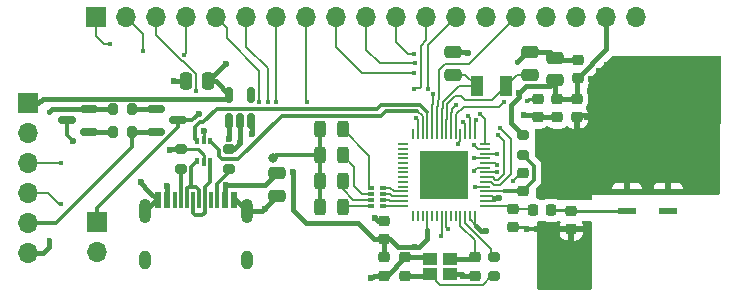
<source format=gtl>
G04 #@! TF.GenerationSoftware,KiCad,Pcbnew,7.0.9-7.0.9~ubuntu22.04.1*
G04 #@! TF.CreationDate,2024-01-30T16:06:37+01:00*
G04 #@! TF.ProjectId,v7-soc-8bit,76372d73-6f63-42d3-9862-69742e6b6963,rev?*
G04 #@! TF.SameCoordinates,Original*
G04 #@! TF.FileFunction,Copper,L1,Top*
G04 #@! TF.FilePolarity,Positive*
%FSLAX46Y46*%
G04 Gerber Fmt 4.6, Leading zero omitted, Abs format (unit mm)*
G04 Created by KiCad (PCBNEW 7.0.9-7.0.9~ubuntu22.04.1) date 2024-01-30 16:06:37*
%MOMM*%
%LPD*%
G01*
G04 APERTURE LIST*
G04 Aperture macros list*
%AMRoundRect*
0 Rectangle with rounded corners*
0 $1 Rounding radius*
0 $2 $3 $4 $5 $6 $7 $8 $9 X,Y pos of 4 corners*
0 Add a 4 corners polygon primitive as box body*
4,1,4,$2,$3,$4,$5,$6,$7,$8,$9,$2,$3,0*
0 Add four circle primitives for the rounded corners*
1,1,$1+$1,$2,$3*
1,1,$1+$1,$4,$5*
1,1,$1+$1,$6,$7*
1,1,$1+$1,$8,$9*
0 Add four rect primitives between the rounded corners*
20,1,$1+$1,$2,$3,$4,$5,0*
20,1,$1+$1,$4,$5,$6,$7,0*
20,1,$1+$1,$6,$7,$8,$9,0*
20,1,$1+$1,$8,$9,$2,$3,0*%
G04 Aperture macros list end*
G04 #@! TA.AperFunction,SMDPad,CuDef*
%ADD10RoundRect,0.250000X-0.475000X0.250000X-0.475000X-0.250000X0.475000X-0.250000X0.475000X0.250000X0*%
G04 #@! TD*
G04 #@! TA.AperFunction,ComponentPad*
%ADD11R,1.700000X1.700000*%
G04 #@! TD*
G04 #@! TA.AperFunction,ComponentPad*
%ADD12O,1.700000X1.700000*%
G04 #@! TD*
G04 #@! TA.AperFunction,SMDPad,CuDef*
%ADD13R,0.600000X1.450000*%
G04 #@! TD*
G04 #@! TA.AperFunction,SMDPad,CuDef*
%ADD14R,0.300000X1.450000*%
G04 #@! TD*
G04 #@! TA.AperFunction,ComponentPad*
%ADD15O,1.000000X2.100000*%
G04 #@! TD*
G04 #@! TA.AperFunction,ComponentPad*
%ADD16O,1.000000X1.600000*%
G04 #@! TD*
G04 #@! TA.AperFunction,SMDPad,CuDef*
%ADD17RoundRect,0.200000X-0.275000X0.200000X-0.275000X-0.200000X0.275000X-0.200000X0.275000X0.200000X0*%
G04 #@! TD*
G04 #@! TA.AperFunction,SMDPad,CuDef*
%ADD18R,1.193800X0.990600*%
G04 #@! TD*
G04 #@! TA.AperFunction,SMDPad,CuDef*
%ADD19RoundRect,0.200000X0.275000X-0.200000X0.275000X0.200000X-0.275000X0.200000X-0.275000X-0.200000X0*%
G04 #@! TD*
G04 #@! TA.AperFunction,SMDPad,CuDef*
%ADD20RoundRect,0.200000X-0.200000X-0.275000X0.200000X-0.275000X0.200000X0.275000X-0.200000X0.275000X0*%
G04 #@! TD*
G04 #@! TA.AperFunction,SMDPad,CuDef*
%ADD21R,0.500000X0.320000*%
G04 #@! TD*
G04 #@! TA.AperFunction,SMDPad,CuDef*
%ADD22RoundRect,0.225000X-0.250000X0.225000X-0.250000X-0.225000X0.250000X-0.225000X0.250000X0.225000X0*%
G04 #@! TD*
G04 #@! TA.AperFunction,SMDPad,CuDef*
%ADD23RoundRect,0.218750X-0.256250X0.218750X-0.256250X-0.218750X0.256250X-0.218750X0.256250X0.218750X0*%
G04 #@! TD*
G04 #@! TA.AperFunction,SMDPad,CuDef*
%ADD24RoundRect,0.150000X-0.587500X-0.150000X0.587500X-0.150000X0.587500X0.150000X-0.587500X0.150000X0*%
G04 #@! TD*
G04 #@! TA.AperFunction,SMDPad,CuDef*
%ADD25RoundRect,0.243750X-0.243750X-0.456250X0.243750X-0.456250X0.243750X0.456250X-0.243750X0.456250X0*%
G04 #@! TD*
G04 #@! TA.AperFunction,SMDPad,CuDef*
%ADD26RoundRect,0.225000X0.250000X-0.225000X0.250000X0.225000X-0.250000X0.225000X-0.250000X-0.225000X0*%
G04 #@! TD*
G04 #@! TA.AperFunction,SMDPad,CuDef*
%ADD27R,1.000000X1.800000*%
G04 #@! TD*
G04 #@! TA.AperFunction,SMDPad,CuDef*
%ADD28RoundRect,0.218750X0.218750X0.256250X-0.218750X0.256250X-0.218750X-0.256250X0.218750X-0.256250X0*%
G04 #@! TD*
G04 #@! TA.AperFunction,SMDPad,CuDef*
%ADD29R,0.850000X0.200000*%
G04 #@! TD*
G04 #@! TA.AperFunction,SMDPad,CuDef*
%ADD30R,0.200000X0.850000*%
G04 #@! TD*
G04 #@! TA.AperFunction,SMDPad,CuDef*
%ADD31R,4.050000X4.050000*%
G04 #@! TD*
G04 #@! TA.AperFunction,SMDPad,CuDef*
%ADD32RoundRect,0.200000X0.200000X0.275000X-0.200000X0.275000X-0.200000X-0.275000X0.200000X-0.275000X0*%
G04 #@! TD*
G04 #@! TA.AperFunction,SMDPad,CuDef*
%ADD33RoundRect,0.150000X0.150000X-0.512500X0.150000X0.512500X-0.150000X0.512500X-0.150000X-0.512500X0*%
G04 #@! TD*
G04 #@! TA.AperFunction,SMDPad,CuDef*
%ADD34RoundRect,0.250000X-0.250000X-0.475000X0.250000X-0.475000X0.250000X0.475000X-0.250000X0.475000X0*%
G04 #@! TD*
G04 #@! TA.AperFunction,SMDPad,CuDef*
%ADD35R,1.500000X0.600000*%
G04 #@! TD*
G04 #@! TA.AperFunction,SMDPad,CuDef*
%ADD36RoundRect,0.150000X0.587500X0.150000X-0.587500X0.150000X-0.587500X-0.150000X0.587500X-0.150000X0*%
G04 #@! TD*
G04 #@! TA.AperFunction,SMDPad,CuDef*
%ADD37R,0.375000X0.500000*%
G04 #@! TD*
G04 #@! TA.AperFunction,SMDPad,CuDef*
%ADD38R,0.300000X0.650000*%
G04 #@! TD*
G04 #@! TA.AperFunction,ViaPad*
%ADD39C,0.400000*%
G04 #@! TD*
G04 #@! TA.AperFunction,ViaPad*
%ADD40C,0.600000*%
G04 #@! TD*
G04 #@! TA.AperFunction,ViaPad*
%ADD41C,0.800000*%
G04 #@! TD*
G04 #@! TA.AperFunction,Conductor*
%ADD42C,0.400000*%
G04 #@! TD*
G04 #@! TA.AperFunction,Conductor*
%ADD43C,0.250000*%
G04 #@! TD*
G04 #@! TA.AperFunction,Conductor*
%ADD44C,0.300000*%
G04 #@! TD*
G04 #@! TA.AperFunction,Conductor*
%ADD45C,0.200000*%
G04 #@! TD*
G04 APERTURE END LIST*
D10*
X78800000Y-38000000D03*
X78800000Y-39900000D03*
D11*
X39930000Y-34550000D03*
D12*
X42470000Y-34550000D03*
X45010000Y-34550000D03*
X47550000Y-34550000D03*
X50090000Y-34550000D03*
X52630000Y-34550000D03*
X55170000Y-34550000D03*
X57710000Y-34550000D03*
X60250000Y-34550000D03*
X62790000Y-34550000D03*
X65330000Y-34550000D03*
X67870000Y-34550000D03*
X70410000Y-34550000D03*
X72950000Y-34550000D03*
X75490000Y-34550000D03*
X78030000Y-34550000D03*
X80570000Y-34550000D03*
X83110000Y-34550000D03*
X85650000Y-34550000D03*
D13*
X45110000Y-50055000D03*
X45910000Y-50055000D03*
D14*
X47110000Y-50055000D03*
X48110000Y-50055000D03*
X48610000Y-50055000D03*
X49610000Y-50055000D03*
D13*
X50810000Y-50055000D03*
X51610000Y-50055000D03*
X51610000Y-50055000D03*
X50810000Y-50055000D03*
D14*
X50110000Y-50055000D03*
X49110000Y-50055000D03*
X47610000Y-50055000D03*
X46610000Y-50055000D03*
D13*
X45910000Y-50055000D03*
X45110000Y-50055000D03*
D15*
X44040000Y-50970000D03*
D16*
X44040000Y-55150000D03*
D15*
X52680000Y-50970000D03*
D16*
X52680000Y-55150000D03*
D17*
X76020000Y-44565000D03*
X76020000Y-46215000D03*
D18*
X68159999Y-56339999D03*
X69860001Y-56339999D03*
X69860001Y-55040001D03*
X68159999Y-55040001D03*
D19*
X51150000Y-47425000D03*
X51150000Y-45775000D03*
D20*
X41335000Y-44280000D03*
X42985000Y-44280000D03*
D21*
X63180000Y-49020000D03*
X63180000Y-49520000D03*
X63180000Y-50020000D03*
X63180000Y-50520000D03*
X64180000Y-50520000D03*
X64180000Y-50020000D03*
X64180000Y-49520000D03*
X64180000Y-49020000D03*
D22*
X64270000Y-51810000D03*
X64270000Y-53360000D03*
D23*
X78940000Y-41492500D03*
X78940000Y-43067500D03*
D19*
X47080000Y-47425000D03*
X47080000Y-45775000D03*
D24*
X44982500Y-42370000D03*
X44982500Y-44270000D03*
X46857500Y-43320000D03*
D25*
X58902500Y-48433332D03*
X60777500Y-48433332D03*
D22*
X80670000Y-38185000D03*
X80670000Y-39735000D03*
D10*
X55255000Y-47775000D03*
X55255000Y-49675000D03*
D26*
X80590000Y-43055000D03*
X80590000Y-41505000D03*
D10*
X70100000Y-37550000D03*
X70100000Y-39450000D03*
D22*
X66085000Y-54915000D03*
X66085000Y-56465000D03*
D17*
X73600000Y-54865000D03*
X73600000Y-56515000D03*
D22*
X75220000Y-50800000D03*
X75220000Y-52350000D03*
D10*
X76650000Y-37550000D03*
X76650000Y-39450000D03*
D27*
X74625000Y-40400000D03*
X72125000Y-40400000D03*
D28*
X78437500Y-50910000D03*
X76862500Y-50910000D03*
D29*
X72800000Y-50525000D03*
X72800000Y-50125000D03*
X72800000Y-49725000D03*
X72800000Y-49325000D03*
X72800000Y-48925000D03*
X72800000Y-48525000D03*
X72800000Y-48125000D03*
X72800000Y-47725000D03*
X72800000Y-47325000D03*
X72800000Y-46925000D03*
X72800000Y-46525000D03*
X72800000Y-46125000D03*
X72800000Y-45725000D03*
X72800000Y-45325000D03*
D30*
X71950000Y-44475000D03*
X71550000Y-44475000D03*
X71150000Y-44475000D03*
X70750000Y-44475000D03*
X70350000Y-44475000D03*
X69950000Y-44475000D03*
X69550000Y-44475000D03*
X69150000Y-44475000D03*
X68750000Y-44475000D03*
X68350000Y-44475000D03*
X67950000Y-44475000D03*
X67550000Y-44475000D03*
X67150000Y-44475000D03*
X66750000Y-44475000D03*
D29*
X65900000Y-45325000D03*
X65900000Y-45725000D03*
X65900000Y-46125000D03*
X65900000Y-46525000D03*
X65900000Y-46925000D03*
X65900000Y-47325000D03*
X65900000Y-47725000D03*
X65900000Y-48125000D03*
X65900000Y-48525000D03*
X65900000Y-48925000D03*
X65900000Y-49325000D03*
X65900000Y-49725000D03*
X65900000Y-50125000D03*
X65900000Y-50525000D03*
D30*
X66750000Y-51375000D03*
X67150000Y-51375000D03*
X67550000Y-51375000D03*
X67950000Y-51375000D03*
X68350000Y-51375000D03*
X68750000Y-51375000D03*
X69150000Y-51375000D03*
X69550000Y-51375000D03*
X69950000Y-51375000D03*
X70350000Y-51375000D03*
X70750000Y-51375000D03*
X71150000Y-51375000D03*
X71550000Y-51375000D03*
X71950000Y-51375000D03*
D31*
X69350000Y-47925000D03*
D25*
X58902500Y-50610000D03*
X60777500Y-50610000D03*
D32*
X42985000Y-42350000D03*
X41335000Y-42350000D03*
D33*
X51160000Y-43397500D03*
X52110000Y-43397500D03*
X53060000Y-43397500D03*
X53060000Y-41122500D03*
X51160000Y-41122500D03*
D22*
X80130000Y-50990000D03*
X80130000Y-52540000D03*
D25*
X58902500Y-44080000D03*
X60777500Y-44080000D03*
D11*
X40000000Y-51930000D03*
D12*
X40000000Y-54470000D03*
D25*
X58902500Y-46256666D03*
X60777500Y-46256666D03*
D34*
X47480000Y-40010000D03*
X49380000Y-40010000D03*
D22*
X77290000Y-41505000D03*
X77290000Y-43055000D03*
D11*
X34110000Y-41840000D03*
D12*
X34110000Y-44380000D03*
X34110000Y-46920000D03*
X34110000Y-49460000D03*
X34110000Y-52000000D03*
X34110000Y-54540000D03*
D35*
X84860000Y-50980000D03*
X88360000Y-50980000D03*
X88360000Y-49380000D03*
X84860000Y-49380000D03*
D36*
X39340000Y-44270000D03*
X39340000Y-42370000D03*
X37465000Y-43320000D03*
D22*
X76020000Y-47755000D03*
X76020000Y-49305000D03*
D26*
X71960000Y-56465000D03*
X71960000Y-54915000D03*
X64260000Y-56465000D03*
X64260000Y-54915000D03*
D37*
X48462500Y-46760000D03*
D38*
X49000000Y-46835000D03*
D37*
X49537500Y-46760000D03*
X49537500Y-45060000D03*
D38*
X49000000Y-44985000D03*
D37*
X48462500Y-45060000D03*
D39*
X76400000Y-41670000D03*
X79860000Y-38180000D03*
D40*
X53070000Y-44500000D03*
X49000000Y-44190000D03*
X45920000Y-48840000D03*
X51154065Y-44875500D03*
X50943786Y-48801991D03*
X92230000Y-47320000D03*
X81775000Y-41907500D03*
X89130715Y-38600000D03*
X83099285Y-46200000D03*
X81560000Y-55913630D03*
X83160000Y-38600000D03*
X81775000Y-42973750D03*
X81560000Y-52354541D03*
X78093332Y-52530000D03*
X86092145Y-38600000D03*
X43680000Y-48550000D03*
X87672140Y-47320000D03*
X84572860Y-38600000D03*
X79530000Y-49750000D03*
X77246666Y-52530000D03*
D41*
X54900000Y-46470000D03*
D40*
X81580000Y-47399089D03*
X81580000Y-45026363D03*
X63525331Y-51554669D03*
X92230000Y-41091428D03*
X71400000Y-37570000D03*
X86152855Y-47320000D03*
X90695710Y-46200000D03*
X81560000Y-53540904D03*
X46120000Y-45790000D03*
X81775000Y-44040000D03*
X81560000Y-54727267D03*
X92230000Y-44828570D03*
X78495000Y-49750000D03*
X52120000Y-45260000D03*
X84618570Y-46200000D03*
X80565000Y-49750000D03*
X92230000Y-42337142D03*
X92230000Y-43582856D03*
X81580000Y-46212726D03*
X86137855Y-46200000D03*
X81600000Y-49750000D03*
X63190000Y-56700000D03*
X92230000Y-39845714D03*
D39*
X75540000Y-38400000D03*
D40*
X89176425Y-46200000D03*
X78940000Y-52530000D03*
X90650000Y-38600000D03*
X89191425Y-47320000D03*
X82480000Y-39130000D03*
X46500000Y-40010000D03*
X92230000Y-46074284D03*
X87611430Y-38600000D03*
X81775000Y-40841250D03*
X54170000Y-50790000D03*
X83114285Y-47320000D03*
X81775000Y-39775000D03*
X77460000Y-49750000D03*
X84633570Y-47320000D03*
X81580000Y-48585452D03*
D39*
X75200000Y-48450000D03*
D40*
X76400000Y-52530000D03*
X69124402Y-48790000D03*
X90710710Y-47320000D03*
X92230000Y-38600000D03*
X87657140Y-46200000D03*
X81560000Y-57100000D03*
X70980000Y-56460000D03*
X66930000Y-54065000D03*
X72920000Y-52660000D03*
X56607281Y-47672719D03*
D39*
X70408248Y-41971752D03*
D40*
X75680000Y-40990000D03*
X50884620Y-38535380D03*
X76100000Y-42850000D03*
X74000000Y-49925000D03*
X37940000Y-45040000D03*
D39*
X74540000Y-49310000D03*
X71990000Y-48930000D03*
D40*
X48609241Y-42770809D03*
D39*
X41040000Y-36860000D03*
X74090000Y-43920000D03*
X43900000Y-37410000D03*
X73910000Y-44580000D03*
X73834633Y-47661863D03*
X48360000Y-40800000D03*
X71920000Y-47580000D03*
X47381091Y-37780000D03*
X73850000Y-47050000D03*
X53737972Y-41793940D03*
X71917956Y-46501608D03*
X54440000Y-41780000D03*
X55160000Y-41730000D03*
X73850000Y-46130000D03*
X71905590Y-45401608D03*
X57730000Y-41740000D03*
X66860000Y-37670000D03*
X72416989Y-42799121D03*
X66870000Y-38480000D03*
X72060000Y-43310000D03*
X71406091Y-42903909D03*
X66810000Y-39290000D03*
X68003568Y-40685750D03*
X70939092Y-43413909D03*
X66810000Y-40676430D03*
X70536664Y-45289989D03*
X74450000Y-41730000D03*
X68435918Y-41118099D03*
X67010000Y-43130000D03*
X36930000Y-50390000D03*
X69140000Y-53100000D03*
X36900000Y-46920000D03*
X69700000Y-52505404D03*
X35940000Y-53440000D03*
X35940000Y-42610000D03*
D42*
X77290000Y-43055000D02*
X78927500Y-43055000D01*
X78927500Y-43055000D02*
X78940000Y-43067500D01*
X76100000Y-42850000D02*
X77085000Y-42850000D01*
X77085000Y-42850000D02*
X77290000Y-43055000D01*
D43*
X77290000Y-41505000D02*
X76565000Y-41505000D01*
X76565000Y-41505000D02*
X76400000Y-41670000D01*
D42*
X79855000Y-38185000D02*
X78985000Y-38185000D01*
X79860000Y-38180000D02*
X79855000Y-38185000D01*
X79865000Y-38185000D02*
X79860000Y-38180000D01*
X78940000Y-41492500D02*
X80577500Y-41492500D01*
X80577500Y-41492500D02*
X80590000Y-41505000D01*
X78800000Y-39900000D02*
X78800000Y-41352500D01*
X78800000Y-41352500D02*
X78940000Y-41492500D01*
X76280000Y-40390000D02*
X78310000Y-40390000D01*
X78310000Y-40390000D02*
X78800000Y-39900000D01*
X76650000Y-37550000D02*
X78350000Y-37550000D01*
X78350000Y-37550000D02*
X78800000Y-38000000D01*
X80670000Y-38185000D02*
X79865000Y-38185000D01*
X78985000Y-38185000D02*
X78800000Y-38000000D01*
X45910000Y-50055000D02*
X45920000Y-48840000D01*
D43*
X49000000Y-44985000D02*
X49000000Y-44190000D01*
D42*
X50810000Y-50055000D02*
X50810000Y-48935777D01*
X53070000Y-44500000D02*
X53070000Y-43407500D01*
X50943786Y-48801991D02*
X54228009Y-48801991D01*
X45920000Y-48840000D02*
X45910000Y-48930000D01*
X51154065Y-44875500D02*
X51154065Y-43403435D01*
X53070000Y-43407500D02*
X53060000Y-43397500D01*
X50810000Y-48935777D02*
X50943786Y-48801991D01*
X54228009Y-48801991D02*
X55255000Y-47775000D01*
X51154065Y-43403435D02*
X51160000Y-43397500D01*
D44*
X76610000Y-52540000D02*
X77570000Y-52540000D01*
X77570000Y-52540000D02*
X77600000Y-52510000D01*
D43*
X76220000Y-52350000D02*
X76400000Y-52530000D01*
D42*
X51610000Y-50055000D02*
X51765000Y-50055000D01*
X63425000Y-56465000D02*
X63190000Y-56700000D01*
X64260000Y-56465000D02*
X64535000Y-56465000D01*
X68034998Y-54915000D02*
X68159999Y-55040001D01*
D44*
X58902500Y-46256666D02*
X55113334Y-46256666D01*
D43*
X75220000Y-52350000D02*
X76220000Y-52350000D01*
D44*
X78270000Y-52540000D02*
X78940000Y-52540000D01*
D42*
X52680000Y-50970000D02*
X53960000Y-50970000D01*
X54170000Y-50790000D02*
X54170000Y-50760000D01*
X76650000Y-37550000D02*
X76390000Y-37550000D01*
X54140000Y-50790000D02*
X54170000Y-50790000D01*
X52120000Y-45110000D02*
X52120000Y-45260000D01*
X52110000Y-45100000D02*
X52120000Y-45110000D01*
X70985000Y-56465000D02*
X70980000Y-56460000D01*
X52110000Y-43397500D02*
X52110000Y-45250000D01*
X64535000Y-56465000D02*
X66085000Y-54915000D01*
X51605000Y-45775000D02*
X52120000Y-45260000D01*
X54170000Y-50760000D02*
X55255000Y-49675000D01*
X71380000Y-37550000D02*
X71400000Y-37570000D01*
X45110000Y-50055000D02*
X44955000Y-50055000D01*
X70859999Y-56339999D02*
X70980000Y-56460000D01*
X47480000Y-40010000D02*
X46500000Y-40010000D01*
X69860001Y-56339999D02*
X70859999Y-56339999D01*
X43680000Y-48640000D02*
X43680000Y-48550000D01*
X81666250Y-42865000D02*
X81775000Y-42973750D01*
D43*
X49000000Y-46210000D02*
X48565000Y-45775000D01*
D42*
X46135000Y-45775000D02*
X46120000Y-45790000D01*
X43680000Y-48550000D02*
X43590000Y-48550000D01*
X51765000Y-50055000D02*
X52680000Y-50970000D01*
X64260000Y-56465000D02*
X63425000Y-56465000D01*
X71960000Y-56465000D02*
X70985000Y-56465000D01*
X66085000Y-54915000D02*
X68034998Y-54915000D01*
X63780662Y-51810000D02*
X63525331Y-51554669D01*
X76390000Y-37550000D02*
X75540000Y-38400000D01*
X80625000Y-42865000D02*
X81666250Y-42865000D01*
D44*
X58902500Y-46256666D02*
X58902500Y-48433332D01*
D42*
X44310000Y-49270000D02*
X43680000Y-48640000D01*
D44*
X77600000Y-52510000D02*
X77630000Y-52540000D01*
D42*
X43590000Y-48550000D02*
X43610000Y-48570000D01*
X64270000Y-51810000D02*
X63780662Y-51810000D01*
X51150000Y-45775000D02*
X51605000Y-45775000D01*
X70100000Y-37550000D02*
X71380000Y-37550000D01*
D44*
X55113334Y-46256666D02*
X54900000Y-46470000D01*
D42*
X44955000Y-50055000D02*
X44040000Y-50970000D01*
D43*
X48565000Y-45775000D02*
X47080000Y-45775000D01*
D44*
X58902500Y-44080000D02*
X58902500Y-46256666D01*
D42*
X44325000Y-49270000D02*
X44310000Y-49270000D01*
D45*
X75895000Y-47755000D02*
X75200000Y-48450000D01*
D44*
X78940000Y-52540000D02*
X80130000Y-52540000D01*
D45*
X76020000Y-47755000D02*
X75895000Y-47755000D01*
D42*
X52110000Y-45250000D02*
X52120000Y-45260000D01*
X53960000Y-50970000D02*
X54140000Y-50790000D01*
D44*
X58902500Y-50610000D02*
X58902500Y-48433332D01*
X77630000Y-52540000D02*
X78270000Y-52540000D01*
D42*
X47080000Y-45775000D02*
X46135000Y-45775000D01*
D43*
X49000000Y-46835000D02*
X49000000Y-46210000D01*
D42*
X45110000Y-50055000D02*
X44325000Y-49270000D01*
X67285000Y-54065000D02*
X67960000Y-53390000D01*
X64680000Y-53390000D02*
X64770000Y-53390000D01*
D45*
X70039999Y-42577459D02*
X70039999Y-42340001D01*
X70039999Y-42340001D02*
X70408248Y-41971752D01*
D42*
X76280000Y-40390000D02*
X75680000Y-40990000D01*
X65445000Y-54065000D02*
X66930000Y-54065000D01*
X49380000Y-40010000D02*
X50854620Y-38535380D01*
X76020000Y-44565000D02*
X75000000Y-43545000D01*
X67960000Y-53390000D02*
X67960000Y-52610000D01*
X64270000Y-53360000D02*
X64680000Y-53360000D01*
X83110000Y-37295000D02*
X83110000Y-34550000D01*
D45*
X71550000Y-51700000D02*
X72075000Y-52225000D01*
X67950000Y-52600000D02*
X67960000Y-52610000D01*
D42*
X64260000Y-54915000D02*
X64260000Y-53370000D01*
D45*
X71950000Y-52100000D02*
X72075000Y-52225000D01*
D42*
X72510000Y-52660000D02*
X72075000Y-52225000D01*
X80670000Y-39735000D02*
X83110000Y-37295000D01*
X80625000Y-39780000D02*
X80670000Y-39735000D01*
X57650000Y-51970000D02*
X56607281Y-50927281D01*
X49380000Y-40010000D02*
X50047500Y-40010000D01*
X63460000Y-53360000D02*
X62070000Y-51970000D01*
X34110000Y-41840000D02*
X35005000Y-41840000D01*
X56607281Y-50927281D02*
X56607281Y-47672719D01*
X80625000Y-41315000D02*
X80625000Y-39780000D01*
D45*
X71550000Y-51375000D02*
X71550000Y-51700000D01*
X69950000Y-43407062D02*
X69980004Y-43377058D01*
D42*
X72920000Y-52660000D02*
X72510000Y-52660000D01*
X64270000Y-53360000D02*
X63460000Y-53360000D01*
X62070000Y-51970000D02*
X57650000Y-51970000D01*
D45*
X69980004Y-43377058D02*
X69980004Y-42637455D01*
D42*
X75000000Y-42028529D02*
X75680000Y-41348529D01*
X35370000Y-41475000D02*
X47837500Y-41475000D01*
X50047500Y-40010000D02*
X51160000Y-41122500D01*
D45*
X71950000Y-51375000D02*
X71950000Y-52100000D01*
D42*
X35005000Y-41840000D02*
X35370000Y-41475000D01*
X47837500Y-41475000D02*
X47840000Y-41472500D01*
X75680000Y-41348529D02*
X75680000Y-40990000D01*
X64260000Y-53370000D02*
X64270000Y-53360000D01*
X47840000Y-41472500D02*
X50900000Y-41472500D01*
D45*
X69980004Y-42637455D02*
X70039999Y-42577459D01*
D42*
X64770000Y-53390000D02*
X65445000Y-54065000D01*
X75000000Y-43545000D02*
X75000000Y-42028529D01*
X80612500Y-41302500D02*
X80625000Y-41315000D01*
X50854620Y-38535380D02*
X50884620Y-38535380D01*
D45*
X69950000Y-44475000D02*
X69950000Y-43407062D01*
D42*
X66930000Y-54065000D02*
X67285000Y-54065000D01*
X64680000Y-53360000D02*
X64680000Y-53390000D01*
D45*
X67950000Y-51375000D02*
X67950000Y-52600000D01*
X73400000Y-49725000D02*
X73625000Y-49950000D01*
X72800000Y-49725000D02*
X73400000Y-49725000D01*
X73450000Y-50125000D02*
X73625000Y-49950000D01*
X72800000Y-50125000D02*
X73450000Y-50125000D01*
D42*
X77185000Y-42850000D02*
X77200000Y-42865000D01*
X73650000Y-49925000D02*
X74000000Y-49925000D01*
X73625000Y-49950000D02*
X73650000Y-49925000D01*
D44*
X76020000Y-46215000D02*
X76940000Y-47135000D01*
D45*
X72800000Y-49325000D02*
X74525000Y-49325000D01*
X74525000Y-49325000D02*
X74540000Y-49310000D01*
D44*
X76940000Y-47135000D02*
X76940000Y-48385000D01*
X74545000Y-49305000D02*
X74540000Y-49310000D01*
X76940000Y-48385000D02*
X76020000Y-49305000D01*
X37465000Y-44565000D02*
X37940000Y-45040000D01*
X37465000Y-43320000D02*
X37465000Y-44565000D01*
X76020000Y-49305000D02*
X74545000Y-49305000D01*
D45*
X74540000Y-49310000D02*
X74555000Y-49325000D01*
X69035000Y-57215000D02*
X68159999Y-56339999D01*
D42*
X66085000Y-56465000D02*
X68034998Y-56465000D01*
X68034998Y-56465000D02*
X68159999Y-56339999D01*
D45*
X73340000Y-56515000D02*
X72640000Y-57215000D01*
X72640000Y-57215000D02*
X69035000Y-57215000D01*
X71834999Y-55040001D02*
X71960000Y-54915000D01*
D42*
X69860001Y-55040001D02*
X71834999Y-55040001D01*
D45*
X70750000Y-51375000D02*
X70750000Y-52265685D01*
X70750000Y-52265685D02*
X70755685Y-52265685D01*
X71960000Y-53470000D02*
X71960000Y-54915000D01*
X70755685Y-52265685D02*
X71960000Y-53470000D01*
X75220000Y-50800000D02*
X76752500Y-50800000D01*
D44*
X75330000Y-50910000D02*
X75220000Y-50800000D01*
D45*
X72800000Y-50525000D02*
X74945000Y-50525000D01*
D44*
X80210000Y-50910000D02*
X80130000Y-50990000D01*
D43*
X78437500Y-50910000D02*
X80050000Y-50910000D01*
X80050000Y-50910000D02*
X80130000Y-50990000D01*
X84850000Y-50990000D02*
X84860000Y-50980000D01*
X80130000Y-50990000D02*
X84850000Y-50990000D01*
D45*
X70760000Y-41281091D02*
X71098909Y-41620000D01*
X69580002Y-42471771D02*
X69639999Y-42411773D01*
X70321091Y-41281091D02*
X70760000Y-41281091D01*
X69639999Y-42411773D02*
X69639999Y-41962183D01*
X69639999Y-41962183D02*
X70321091Y-41281091D01*
X69580002Y-43211374D02*
X69580002Y-42471771D01*
X75565000Y-39460000D02*
X76650000Y-39460000D01*
X71098909Y-41620000D02*
X73405000Y-41620000D01*
X74625000Y-40400000D02*
X75565000Y-39460000D01*
X69550000Y-44475000D02*
X69550000Y-43241376D01*
X69550000Y-43241376D02*
X69580002Y-43211374D01*
X73405000Y-41620000D02*
X74625000Y-40400000D01*
X69180002Y-42306086D02*
X69239999Y-42246088D01*
X69150000Y-43075690D02*
X69180002Y-43045688D01*
X69239999Y-42246088D02*
X69239999Y-41796497D01*
X69239999Y-41796497D02*
X70636496Y-40400000D01*
X71175000Y-39450000D02*
X72125000Y-40400000D01*
X70636496Y-40400000D02*
X72125000Y-40400000D01*
X70100000Y-39450000D02*
X71175000Y-39450000D01*
X69150000Y-44475000D02*
X69150000Y-43075690D01*
X69180002Y-43045688D02*
X69180002Y-42306086D01*
D44*
X40000000Y-50701262D02*
X40000000Y-51930000D01*
X46857500Y-43843762D02*
X40000000Y-50701262D01*
X48060050Y-43320000D02*
X48609241Y-42770809D01*
X39350000Y-51351262D02*
X39350000Y-51930000D01*
X46857500Y-43320000D02*
X48060050Y-43320000D01*
D45*
X72800000Y-48925000D02*
X71995000Y-48925000D01*
X71995000Y-48925000D02*
X71990000Y-48930000D01*
D44*
X46857500Y-43320000D02*
X46857500Y-43843762D01*
D45*
X74060000Y-48780000D02*
X75020000Y-47820000D01*
X75020000Y-47820000D02*
X75020000Y-44850000D01*
X73610000Y-48780000D02*
X74060000Y-48780000D01*
X73355000Y-48525000D02*
X73610000Y-48780000D01*
X39930000Y-36200000D02*
X39930000Y-34550000D01*
X72800000Y-48525000D02*
X73355000Y-48525000D01*
X40590000Y-36860000D02*
X39930000Y-36200000D01*
X75020000Y-44850000D02*
X74090000Y-43920000D01*
X41040000Y-36860000D02*
X40590000Y-36860000D01*
X74420128Y-47854186D02*
X74420128Y-45090128D01*
X43900000Y-35980000D02*
X43900000Y-37410000D01*
X72800000Y-48125000D02*
X73520686Y-48125000D01*
X73952001Y-48322313D02*
X74420128Y-47854186D01*
X73717998Y-48322313D02*
X73952001Y-48322313D01*
X74420128Y-45090128D02*
X73910000Y-44580000D01*
X73520686Y-48125000D02*
X73717998Y-48322313D01*
X42470000Y-34550000D02*
X43900000Y-35980000D01*
X48360000Y-40800000D02*
X48360000Y-39380256D01*
X73771496Y-47725000D02*
X73834633Y-47661863D01*
X47153273Y-38260000D02*
X45010000Y-36116727D01*
X72800000Y-47725000D02*
X73771496Y-47725000D01*
X45010000Y-36116727D02*
X45010000Y-34550000D01*
X47239744Y-38260000D02*
X47153273Y-38260000D01*
X48360000Y-39380256D02*
X47239744Y-38260000D01*
X47550000Y-37611091D02*
X47381091Y-37780000D01*
X47550000Y-34550000D02*
X47550000Y-37611091D01*
X72800000Y-47325000D02*
X72175925Y-47325000D01*
X72175925Y-47325000D02*
X71993055Y-47507870D01*
X53737972Y-39097972D02*
X51020000Y-36380000D01*
X72800000Y-46925000D02*
X73725000Y-46925000D01*
X51020000Y-35480000D02*
X50090000Y-34550000D01*
X73725000Y-46925000D02*
X73850000Y-47050000D01*
X51020000Y-36380000D02*
X51020000Y-35480000D01*
X53737972Y-41793940D02*
X53737972Y-39097972D01*
X72800000Y-46525000D02*
X71941348Y-46525000D01*
X54440000Y-38890000D02*
X52630000Y-37080000D01*
X54440000Y-41780000D02*
X54440000Y-38890000D01*
X71941348Y-46525000D02*
X71917956Y-46501608D01*
X52630000Y-37080000D02*
X52630000Y-34550000D01*
X55160000Y-41730000D02*
X55170000Y-41720000D01*
X55170000Y-41720000D02*
X55170000Y-34550000D01*
X72800000Y-46125000D02*
X73845000Y-46125000D01*
X73845000Y-46125000D02*
X73850000Y-46130000D01*
X57730000Y-41740000D02*
X57710000Y-41720000D01*
X72800000Y-45725000D02*
X72228982Y-45725000D01*
X72228982Y-45725000D02*
X71905590Y-45401608D01*
X57710000Y-41720000D02*
X57710000Y-34550000D01*
X72800000Y-43182132D02*
X72416989Y-42799121D01*
X66860000Y-37670000D02*
X66350000Y-37670000D01*
X66350000Y-37670000D02*
X65330000Y-36650000D01*
X72800000Y-45325000D02*
X72800000Y-43182132D01*
X65330000Y-36650000D02*
X65330000Y-34550000D01*
X63900000Y-38480000D02*
X62790000Y-37370000D01*
X62790000Y-37370000D02*
X62790000Y-34550000D01*
X71950000Y-43420000D02*
X72060000Y-43310000D01*
X66870000Y-38480000D02*
X63900000Y-38480000D01*
X71950000Y-44475000D02*
X71950000Y-43420000D01*
X60250000Y-37090000D02*
X60250000Y-34550000D01*
X62450000Y-39290000D02*
X60250000Y-37090000D01*
X66810000Y-39290000D02*
X62450000Y-39290000D01*
X71550000Y-43047818D02*
X71406091Y-42903909D01*
X71550000Y-44475000D02*
X71550000Y-43047818D01*
X70410000Y-34550000D02*
X68003568Y-36956432D01*
X71150000Y-44475000D02*
X71150000Y-43624817D01*
X68003568Y-36956432D02*
X68003568Y-40685750D01*
X71150000Y-43624817D02*
X70939092Y-43413909D01*
X67870000Y-34550000D02*
X67870000Y-36524314D01*
X67410000Y-40506785D02*
X67350220Y-40566565D01*
X66919865Y-40566565D02*
X66810000Y-40676430D01*
X70750000Y-45076653D02*
X70536664Y-45289989D01*
X67410000Y-36984314D02*
X67410000Y-40506785D01*
X67350220Y-40566565D02*
X66919865Y-40566565D01*
X70750000Y-44475000D02*
X70750000Y-45076653D01*
X67870000Y-36524314D02*
X67410000Y-36984314D01*
X70350000Y-44475000D02*
X70350000Y-43850000D01*
X70380007Y-42803137D02*
X71023144Y-42160000D01*
X71023144Y-42160000D02*
X74020000Y-42160000D01*
X70380007Y-43819993D02*
X70380007Y-42803137D01*
X74020000Y-42160000D02*
X74450000Y-41730000D01*
X70350000Y-43850000D02*
X70380007Y-43819993D01*
X68944668Y-41526142D02*
X68944668Y-39075332D01*
X68839999Y-42080403D02*
X68839999Y-41630811D01*
X68750000Y-42910004D02*
X68780002Y-42880002D01*
X69470000Y-38550000D02*
X71490000Y-38550000D01*
X68780002Y-42140401D02*
X68839999Y-42080403D01*
X68750000Y-44475000D02*
X68750000Y-42910004D01*
X68780002Y-42880002D02*
X68780002Y-42140401D01*
X71490000Y-38550000D02*
X75490000Y-34550000D01*
X68839999Y-41630811D02*
X68944668Y-41526142D01*
X68944668Y-39075332D02*
X69470000Y-38550000D01*
X68439999Y-41914719D02*
X68439999Y-41617157D01*
X68380000Y-42714318D02*
X68380000Y-42122846D01*
X68350000Y-42744318D02*
X68380000Y-42714318D01*
X68380002Y-41974716D02*
X68439999Y-41914719D01*
X68439999Y-41617157D02*
X68435918Y-41613076D01*
X68435918Y-41613076D02*
X68435918Y-41118099D01*
X68350000Y-44475000D02*
X68350000Y-42744318D01*
X68380002Y-42122844D02*
X68380002Y-41974716D01*
X68380000Y-42122846D02*
X68380002Y-42122844D01*
D44*
X64020000Y-42020000D02*
X63660000Y-42380000D01*
X48300000Y-44897500D02*
X48462500Y-45060000D01*
X48300000Y-43900050D02*
X48300000Y-44897500D01*
X48997168Y-43490000D02*
X48710050Y-43490000D01*
X48710050Y-43490000D02*
X48300000Y-43900050D01*
X67317107Y-42020000D02*
X64020000Y-42020000D01*
X50107168Y-42380000D02*
X48997168Y-43490000D01*
D45*
X67950000Y-44475000D02*
X67950000Y-42652893D01*
D44*
X67910000Y-42612893D02*
X67317107Y-42020000D01*
X63660000Y-42380000D02*
X50107168Y-42380000D01*
D45*
X67950000Y-42652893D02*
X67910000Y-42612893D01*
X67550000Y-42960000D02*
X67110000Y-42520000D01*
D44*
X50580000Y-46610000D02*
X51940000Y-46610000D01*
X64460000Y-42520000D02*
X67110000Y-42520000D01*
X49537500Y-45060000D02*
X50325000Y-45847500D01*
X50325000Y-45847500D02*
X50325000Y-46355000D01*
X49537500Y-45060000D02*
X49590000Y-45007500D01*
D45*
X67550000Y-44475000D02*
X67550000Y-42960000D01*
D44*
X64060000Y-42920000D02*
X64460000Y-42520000D01*
X50325000Y-46355000D02*
X50580000Y-46610000D01*
X51940000Y-46610000D02*
X55630000Y-42920000D01*
X55630000Y-42920000D02*
X64060000Y-42920000D01*
D45*
X67150000Y-43270000D02*
X67010000Y-43130000D01*
X67150000Y-44475000D02*
X67150000Y-43270000D01*
X62890000Y-50530000D02*
X60857500Y-50530000D01*
X60857500Y-50530000D02*
X60777500Y-50610000D01*
X61674168Y-50029999D02*
X60777500Y-49133331D01*
X60777500Y-49133331D02*
X60777500Y-48433332D01*
X62890000Y-50029999D02*
X61674168Y-50029999D01*
X62421701Y-49529999D02*
X61780000Y-48888298D01*
X62890000Y-49529999D02*
X62421701Y-49529999D01*
X61780000Y-48888298D02*
X61780000Y-47259166D01*
X61780000Y-47259166D02*
X60777500Y-46256666D01*
X60777500Y-44080000D02*
X63050000Y-46352500D01*
X63050000Y-46352500D02*
X63050000Y-49020000D01*
X36930000Y-50390000D02*
X36740000Y-50390000D01*
X69150000Y-53090000D02*
X69140000Y-53100000D01*
X69150000Y-51375000D02*
X69150000Y-53090000D01*
X36740000Y-50390000D02*
X35810000Y-49460000D01*
X35810000Y-49460000D02*
X34110000Y-49460000D01*
X69550000Y-51375000D02*
X69550000Y-52355404D01*
X69550000Y-52355404D02*
X69700000Y-52505404D01*
X36900000Y-46920000D02*
X34110000Y-46920000D01*
X71150000Y-51375000D02*
X71150000Y-52007107D01*
X73340000Y-54197107D02*
X73340000Y-54865000D01*
X71150000Y-52007107D02*
X73340000Y-54197107D01*
D44*
X47110000Y-47455000D02*
X47080000Y-47425000D01*
X47110000Y-50055000D02*
X47110000Y-47455000D01*
X50110000Y-50055000D02*
X50110000Y-48687106D01*
X50110000Y-48687106D02*
X51150000Y-47647106D01*
X51150000Y-47647106D02*
X51150000Y-47425000D01*
D42*
X44972500Y-44280000D02*
X44982500Y-44270000D01*
D44*
X42985000Y-45525000D02*
X42985000Y-44280000D01*
X36510000Y-52000000D02*
X42985000Y-45525000D01*
X34110000Y-52000000D02*
X36510000Y-52000000D01*
D42*
X42985000Y-44280000D02*
X44972500Y-44280000D01*
X35440000Y-54540000D02*
X34110000Y-54540000D01*
X41315000Y-42370000D02*
X41335000Y-42350000D01*
X36180000Y-42370000D02*
X35940000Y-42610000D01*
X35940000Y-54040000D02*
X35440000Y-54540000D01*
X39340000Y-42370000D02*
X36180000Y-42370000D01*
X35940000Y-53440000D02*
X35940000Y-54040000D01*
X39340000Y-42370000D02*
X41315000Y-42370000D01*
X41325000Y-44270000D02*
X41335000Y-44280000D01*
X39340000Y-44270000D02*
X41325000Y-44270000D01*
X42985000Y-42350000D02*
X44962500Y-42350000D01*
X44962500Y-42350000D02*
X44982500Y-42370000D01*
D44*
X48110000Y-51130000D02*
X48320000Y-51340000D01*
X49110000Y-51130000D02*
X49110000Y-50055000D01*
X48320000Y-51340000D02*
X48900000Y-51340000D01*
X49110000Y-50055000D02*
X49110000Y-48980000D01*
X49550000Y-46772500D02*
X49537500Y-46760000D01*
X49110000Y-48980000D02*
X49550000Y-48540000D01*
X49550000Y-48540000D02*
X49537500Y-48527500D01*
X48900000Y-51340000D02*
X49110000Y-51130000D01*
X48110000Y-50055000D02*
X48110000Y-51130000D01*
X49537500Y-48527500D02*
X49537500Y-46760000D01*
X47925000Y-48765000D02*
X47925000Y-47297500D01*
X48610000Y-50055000D02*
X48610000Y-49180000D01*
X47610000Y-50055000D02*
X47610000Y-49080000D01*
X47925000Y-48765000D02*
X47770000Y-48920000D01*
X47925000Y-47297500D02*
X48462500Y-46760000D01*
X47610000Y-49080000D02*
X47770000Y-48920000D01*
X47770000Y-48920000D02*
X48350000Y-48920000D01*
X48610000Y-49180000D02*
X48350000Y-48920000D01*
D45*
X64821370Y-49029998D02*
X64261600Y-49029998D01*
X65116372Y-49325000D02*
X64821370Y-49029998D01*
X65900000Y-49325000D02*
X65116372Y-49325000D01*
X64950686Y-49725000D02*
X64755685Y-49529999D01*
X64755685Y-49529999D02*
X64261600Y-49529999D01*
X65900000Y-49725000D02*
X64950686Y-49725000D01*
X64680000Y-50020000D02*
X64785000Y-50125000D01*
X65900000Y-50125000D02*
X64785000Y-50125000D01*
X64050000Y-50020000D02*
X64680000Y-50020000D01*
X64266600Y-50525000D02*
X64261600Y-50530000D01*
X65900000Y-50525000D02*
X64266600Y-50525000D01*
G04 #@! TA.AperFunction,Conductor*
G36*
X92741874Y-37849685D02*
G01*
X92787629Y-37902489D01*
X92798830Y-37955159D01*
X92691148Y-49477159D01*
X92670837Y-49544011D01*
X92617608Y-49589271D01*
X92567153Y-49600000D01*
X81890000Y-49600000D01*
X81911749Y-49947986D01*
X81896284Y-50016123D01*
X81846437Y-50065083D01*
X81787729Y-50079721D01*
X80630854Y-50077285D01*
X80592112Y-50070991D01*
X80527711Y-50049651D01*
X80428346Y-50039500D01*
X79831662Y-50039500D01*
X79831644Y-50039501D01*
X79732291Y-50049651D01*
X79674212Y-50068895D01*
X79634950Y-50075188D01*
X79121471Y-50074107D01*
X79056635Y-50055646D01*
X79051980Y-50052775D01*
X78992559Y-50016123D01*
X78962289Y-49997452D01*
X78962284Y-49997450D01*
X78960876Y-49996983D01*
X78802685Y-49944564D01*
X78802683Y-49944563D01*
X78704181Y-49934500D01*
X78704174Y-49934500D01*
X78170826Y-49934500D01*
X78170818Y-49934500D01*
X78072316Y-49944563D01*
X78072315Y-49944564D01*
X77993219Y-49970773D01*
X77912715Y-49997450D01*
X77912706Y-49997455D01*
X77823016Y-50052775D01*
X77757659Y-50071236D01*
X77541077Y-50070780D01*
X77476241Y-50052319D01*
X77455458Y-50039500D01*
X77417559Y-50016123D01*
X77387289Y-49997452D01*
X77387284Y-49997450D01*
X77385285Y-49996787D01*
X77249766Y-49951881D01*
X77192323Y-49912109D01*
X77165500Y-49847593D01*
X77164805Y-49836972D01*
X77149481Y-49149616D01*
X77154769Y-49130000D01*
X83610000Y-49130000D01*
X84610000Y-49130000D01*
X84610000Y-48580000D01*
X85110000Y-48580000D01*
X85110000Y-49130000D01*
X86110000Y-49130000D01*
X87110000Y-49130000D01*
X88110000Y-49130000D01*
X88110000Y-48580000D01*
X88610000Y-48580000D01*
X88610000Y-49130000D01*
X89610000Y-49130000D01*
X89610000Y-49032172D01*
X89609999Y-49032155D01*
X89603598Y-48972627D01*
X89603596Y-48972620D01*
X89553354Y-48837913D01*
X89553350Y-48837906D01*
X89467190Y-48722812D01*
X89467187Y-48722809D01*
X89352093Y-48636649D01*
X89352086Y-48636645D01*
X89217379Y-48586403D01*
X89217372Y-48586401D01*
X89157844Y-48580000D01*
X88610000Y-48580000D01*
X88110000Y-48580000D01*
X87562155Y-48580000D01*
X87502627Y-48586401D01*
X87502620Y-48586403D01*
X87367913Y-48636645D01*
X87367906Y-48636649D01*
X87252812Y-48722809D01*
X87252809Y-48722812D01*
X87166649Y-48837906D01*
X87166645Y-48837913D01*
X87116403Y-48972620D01*
X87116401Y-48972627D01*
X87110000Y-49032155D01*
X87110000Y-49130000D01*
X86110000Y-49130000D01*
X86110000Y-49032172D01*
X86109999Y-49032155D01*
X86103598Y-48972627D01*
X86103596Y-48972620D01*
X86053354Y-48837913D01*
X86053350Y-48837906D01*
X85967190Y-48722812D01*
X85967187Y-48722809D01*
X85852093Y-48636649D01*
X85852086Y-48636645D01*
X85717379Y-48586403D01*
X85717372Y-48586401D01*
X85657844Y-48580000D01*
X85110000Y-48580000D01*
X84610000Y-48580000D01*
X84062155Y-48580000D01*
X84002627Y-48586401D01*
X84002620Y-48586403D01*
X83867913Y-48636645D01*
X83867906Y-48636649D01*
X83752812Y-48722809D01*
X83752809Y-48722812D01*
X83666649Y-48837906D01*
X83666645Y-48837913D01*
X83616403Y-48972620D01*
X83616401Y-48972627D01*
X83610000Y-49032155D01*
X83610000Y-49130000D01*
X77154769Y-49130000D01*
X77167666Y-49082158D01*
X77185764Y-49059180D01*
X77339513Y-48905431D01*
X77352079Y-48895365D01*
X77351925Y-48895178D01*
X77357937Y-48890204D01*
X77357937Y-48890203D01*
X77357940Y-48890202D01*
X77407190Y-48837755D01*
X77428911Y-48816035D01*
X77433401Y-48810245D01*
X77437183Y-48805815D01*
X77470448Y-48770393D01*
X77480674Y-48751790D01*
X77491353Y-48735533D01*
X77504362Y-48718764D01*
X77523656Y-48674175D01*
X77526212Y-48668956D01*
X77549627Y-48626368D01*
X77554905Y-48605806D01*
X77561207Y-48587399D01*
X77569635Y-48567927D01*
X77577233Y-48519953D01*
X77578415Y-48514242D01*
X77590500Y-48467177D01*
X77590500Y-48445950D01*
X77592027Y-48426550D01*
X77595346Y-48405596D01*
X77590775Y-48357239D01*
X77590500Y-48351401D01*
X77590500Y-47220501D01*
X77592268Y-47204488D01*
X77592026Y-47204466D01*
X77592758Y-47196710D01*
X77592760Y-47196703D01*
X77590500Y-47124795D01*
X77590500Y-47094075D01*
X77589579Y-47086788D01*
X77589122Y-47080979D01*
X77587597Y-47032430D01*
X77581676Y-47012052D01*
X77577731Y-46993003D01*
X77575071Y-46971942D01*
X77557186Y-46926772D01*
X77555297Y-46921252D01*
X77541743Y-46874599D01*
X77530941Y-46856335D01*
X77522379Y-46838858D01*
X77521351Y-46836262D01*
X77514568Y-46819129D01*
X77486014Y-46779828D01*
X77482810Y-46774950D01*
X77458082Y-46733137D01*
X77458081Y-46733135D01*
X77443075Y-46718129D01*
X77430435Y-46703330D01*
X77417961Y-46686160D01*
X77380528Y-46655194D01*
X77376206Y-46651260D01*
X77122525Y-46397579D01*
X77089040Y-46336256D01*
X77086237Y-46312669D01*
X77037630Y-44132262D01*
X77055815Y-44064801D01*
X77107586Y-44017881D01*
X77161595Y-44005499D01*
X77588344Y-44005499D01*
X77588352Y-44005498D01*
X77588355Y-44005498D01*
X77642760Y-43999940D01*
X77687708Y-43995349D01*
X77848697Y-43942003D01*
X77993044Y-43852968D01*
X78025489Y-43820523D01*
X78086812Y-43787038D01*
X78156504Y-43792022D01*
X78200851Y-43820523D01*
X78234608Y-43854280D01*
X78234612Y-43854283D01*
X78377704Y-43942544D01*
X78377707Y-43942545D01*
X78377713Y-43942549D01*
X78537315Y-43995436D01*
X78635826Y-44005500D01*
X78635831Y-44005500D01*
X79244169Y-44005500D01*
X79244174Y-44005500D01*
X79342685Y-43995436D01*
X79502287Y-43942549D01*
X79645391Y-43854281D01*
X79679503Y-43820168D01*
X79740823Y-43786684D01*
X79810515Y-43791668D01*
X79854864Y-43820169D01*
X79887267Y-43852572D01*
X79887271Y-43852575D01*
X80031507Y-43941542D01*
X80031518Y-43941547D01*
X80192393Y-43994855D01*
X80291683Y-44004999D01*
X80339999Y-44004998D01*
X80340000Y-44004998D01*
X80340000Y-43401055D01*
X80840000Y-43342302D01*
X80840000Y-44004999D01*
X80888308Y-44004999D01*
X80888322Y-44004998D01*
X80987607Y-43994855D01*
X81148481Y-43941547D01*
X81148492Y-43941542D01*
X81292728Y-43852575D01*
X81292732Y-43852572D01*
X81412572Y-43732732D01*
X81412575Y-43732728D01*
X81501542Y-43588492D01*
X81501547Y-43588481D01*
X81554855Y-43427606D01*
X81564999Y-43328322D01*
X81565000Y-43328309D01*
X81565000Y-43305000D01*
X81157449Y-43305000D01*
X81200000Y-43300000D01*
X81258399Y-42805000D01*
X81564999Y-42805000D01*
X81564999Y-42781692D01*
X81564998Y-42781677D01*
X81554855Y-42682392D01*
X81501547Y-42521518D01*
X81501542Y-42521507D01*
X81412575Y-42377271D01*
X81412572Y-42377267D01*
X81403339Y-42368034D01*
X81369854Y-42306711D01*
X81374838Y-42237019D01*
X81403343Y-42192668D01*
X81412968Y-42183044D01*
X81502003Y-42038697D01*
X81555349Y-41877708D01*
X81565500Y-41778345D01*
X81565499Y-41231656D01*
X81564903Y-41225826D01*
X81555349Y-41132292D01*
X81555348Y-41132289D01*
X81553700Y-41127315D01*
X81502003Y-40971303D01*
X81501779Y-40970941D01*
X81501703Y-40970662D01*
X81498949Y-40964755D01*
X81499958Y-40964284D01*
X81483337Y-40903550D01*
X81484168Y-40891333D01*
X81548648Y-40344791D01*
X81566254Y-40294228D01*
X81582003Y-40268697D01*
X81635349Y-40107708D01*
X81645500Y-40008345D01*
X81645499Y-39801518D01*
X81665183Y-39734479D01*
X81681813Y-39713842D01*
X82790737Y-38604918D01*
X83553928Y-37864972D01*
X83615762Y-37832441D01*
X83640243Y-37830000D01*
X92674835Y-37830000D01*
X92741874Y-37849685D01*
G37*
G04 #@! TD.AperFunction*
G04 #@! TA.AperFunction,Conductor*
G36*
X77864503Y-51812634D02*
G01*
X77905356Y-51821787D01*
X77905857Y-51820277D01*
X77912712Y-51822548D01*
X77912713Y-51822549D01*
X78072315Y-51875436D01*
X78170826Y-51885500D01*
X78170831Y-51885500D01*
X78704169Y-51885500D01*
X78704174Y-51885500D01*
X78802685Y-51875436D01*
X78943741Y-51828694D01*
X78958316Y-51823865D01*
X78997856Y-51817572D01*
X79113054Y-51818074D01*
X79180004Y-51838049D01*
X79225528Y-51891052D01*
X79235171Y-51960253D01*
X79220800Y-51999638D01*
X79221507Y-51999968D01*
X79218452Y-52006518D01*
X79165144Y-52167393D01*
X79155000Y-52266677D01*
X79155000Y-52290000D01*
X81104999Y-52290000D01*
X81104999Y-52266692D01*
X81104998Y-52266677D01*
X81094855Y-52167392D01*
X81041547Y-52006518D01*
X81040076Y-52003363D01*
X81039715Y-52000991D01*
X81039275Y-51999661D01*
X81039502Y-51999585D01*
X81029586Y-51934285D01*
X81058108Y-51870502D01*
X81116586Y-51832264D01*
X81152993Y-51826962D01*
X81726540Y-51829462D01*
X81793494Y-51849439D01*
X81839018Y-51902442D01*
X81850000Y-51953461D01*
X81850000Y-57525500D01*
X81830315Y-57592539D01*
X81777511Y-57638294D01*
X81726000Y-57649500D01*
X77345188Y-57649500D01*
X77278149Y-57629815D01*
X77232394Y-57577011D01*
X77221191Y-57524658D01*
X77253344Y-52790000D01*
X79155001Y-52790000D01*
X79155001Y-52813322D01*
X79165144Y-52912607D01*
X79218452Y-53073481D01*
X79218457Y-53073492D01*
X79307424Y-53217728D01*
X79307427Y-53217732D01*
X79427267Y-53337572D01*
X79427271Y-53337575D01*
X79571507Y-53426542D01*
X79571518Y-53426547D01*
X79732393Y-53479855D01*
X79831683Y-53489999D01*
X79879999Y-53489998D01*
X79880000Y-53489998D01*
X79880000Y-52790000D01*
X80380000Y-52790000D01*
X80380000Y-53489999D01*
X80428308Y-53489999D01*
X80428322Y-53489998D01*
X80527607Y-53479855D01*
X80688481Y-53426547D01*
X80688492Y-53426542D01*
X80832728Y-53337575D01*
X80832732Y-53337572D01*
X80952572Y-53217732D01*
X80952575Y-53217728D01*
X81041542Y-53073492D01*
X81041547Y-53073481D01*
X81094855Y-52912606D01*
X81104999Y-52813322D01*
X81105000Y-52813309D01*
X81105000Y-52790000D01*
X80380000Y-52790000D01*
X79880000Y-52790000D01*
X79155001Y-52790000D01*
X77253344Y-52790000D01*
X77259023Y-51953748D01*
X77279162Y-51886847D01*
X77332276Y-51841451D01*
X77344011Y-51836888D01*
X77387287Y-51822549D01*
X77387306Y-51822537D01*
X77387579Y-51822411D01*
X77387948Y-51822329D01*
X77394144Y-51820277D01*
X77394358Y-51820922D01*
X77440536Y-51810786D01*
X77864503Y-51812634D01*
G37*
G04 #@! TD.AperFunction*
M02*

</source>
